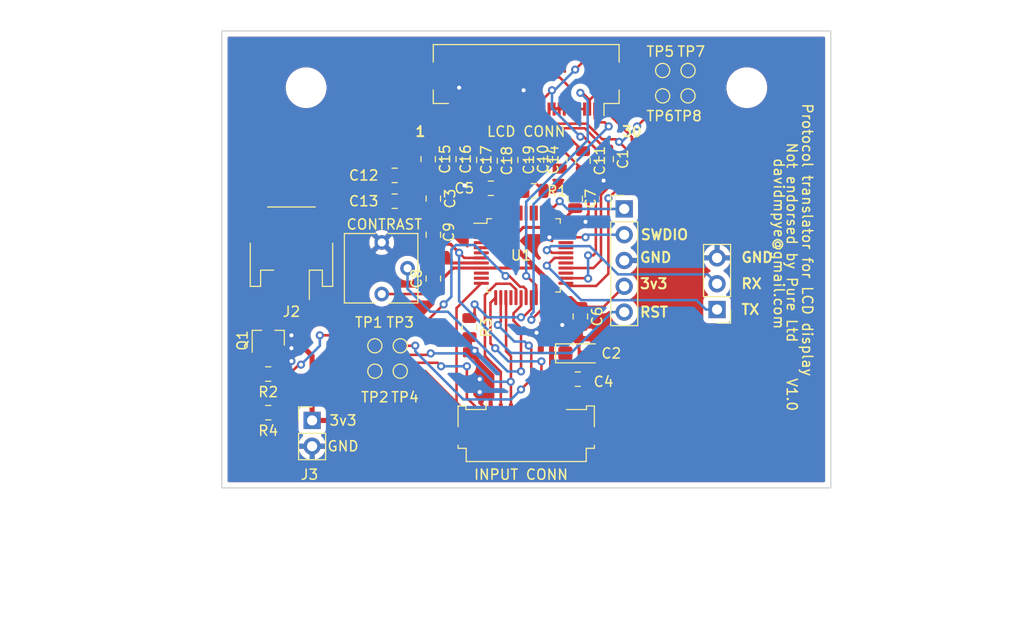
<source format=kicad_pcb>
(kicad_pcb (version 20171130) (host pcbnew 5.1.5+dfsg1-2build2)
  (layers (0 F.Cu signal) (31 B.Cu signal) (34 B.Paste user) (35 F.Paste user) (36 B.SilkS user) (37 F.SilkS user) (38 B.Mask user) (39 F.Mask user) (44 Edge.Cuts user))
  (net 0 "")
  (net 1 VCC)
  (net 2 CS_IN)
  (net 3 D_C_IN)
  (net 4 SDIN_IN)
  (net 5 +3V3)
  (net 6 "Net-(C1-Pad1)")
  (net 7 SCK_IN)
  (net 8 RST_IN)
  (net 9 LCD_DATA)
  (net 10 LCD_SCK)
  (net 11 LCD_D_C)
  (net 12 LCD_RST)
  (net 13 LCD_CS)
  (net 14 "Net-(U1-Pad2)")
  (net 15 "Net-(U1-Pad3)")
  (net 16 "Net-(U1-Pad4)")
  (net 17 "Net-(U1-Pad5)")
  (net 18 "Net-(U1-Pad6)")
  (net 19 "Net-(U1-Pad10)")
  (net 20 "Net-(U1-Pad11)")
  (net 21 SPI1_MISO)
  (net 22 "Net-(U1-Pad18)")
  (net 23 SPI2_MISO)
  (net 24 "Net-(U1-Pad29)")
  (net 25 "Net-(U1-Pad32)")
  (net 26 "Net-(U1-Pad33)")
  (net 27 "Net-(U1-Pad38)")
  (net 28 "Net-(U1-Pad39)")
  (net 29 "Net-(U1-Pad40)")
  (net 30 "Net-(U1-Pad41)")
  (net 31 "Net-(U1-Pad42)")
  (net 32 "Net-(U1-Pad43)")
  (net 33 "Net-(U1-Pad45)")
  (net 34 "Net-(U1-Pad46)")
  (net 35 GND)
  (net 36 RESET)
  (net 37 "Net-(R1-Pad2)")
  (net 38 "Net-(R3-Pad1)")
  (net 39 SWDIO)
  (net 40 SWCLK)
  (net 41 USART1_TX)
  (net 42 USART1_RX)
  (net 43 "Net-(C10-Pad2)")
  (net 44 "Net-(C10-Pad1)")
  (net 45 "Net-(C11-Pad1)")
  (net 46 "Net-(C14-Pad2)")
  (net 47 "Net-(C14-Pad1)")
  (net 48 "Net-(C15-Pad1)")
  (net 49 "Net-(C16-Pad1)")
  (net 50 "Net-(C17-Pad1)")
  (net 51 "Net-(C18-Pad1)")
  (net 52 "Net-(C19-Pad1)")
  (net 53 "Net-(Q1-Pad1)")
  (net 54 "Net-(J2-Pad2)")
  (net 55 LCD_BACKLIGHT_PWM)
  (net 56 "Net-(LCD_CONN1-Pad27)")
  (module Connector_FFC-FPC:Hirose_FH12-30S-0.5SH_1x30-1MP_P0.50mm_Horizontal (layer F.Cu) (at 104.902 37.338 180)
    (fp_text reference "LCD CONN" (at 0 -4.064) (layer F.SilkS))
    (fp_text value Conn_01x30)
    (pad MP smd rect (at 9.15 1.4 180) (size 1.8 2.2) (layers F.Cu F.Paste F.Mask))
    (pad MP smd rect (at -9.15 1.4 180) (size 1.8 2.2) (layers F.Cu F.Paste F.Mask))
    (pad 1 smd rect (at -7.25 -1.85 180) (size 0.3 1.3) (layers F.Cu F.Paste F.Mask) (net 13 LCD_CS))
    (pad 2 smd rect (at -6.75 -1.85 180) (size 0.3 1.3) (layers F.Cu F.Paste F.Mask) (net 12 LCD_RST))
    (pad 3 smd rect (at -6.25 -1.85 180) (size 0.3 1.3) (layers F.Cu F.Paste F.Mask) (net 11 LCD_D_C))
    (pad 4 smd rect (at -5.75 -1.85 180) (size 0.3 1.3) (layers F.Cu F.Paste F.Mask) (net 5 +3V3))
    (pad 5 smd rect (at -5.25 -1.85 180) (size 0.3 1.3) (layers F.Cu F.Paste F.Mask) (net 5 +3V3))
    (pad 6 smd rect (at -4.75 -1.85 180) (size 0.3 1.3) (layers F.Cu F.Paste F.Mask) (net 5 +3V3))
    (pad 7 smd rect (at -4.25 -1.85 180) (size 0.3 1.3) (layers F.Cu F.Paste F.Mask) (net 5 +3V3))
    (pad 8 smd rect (at -3.75 -1.85 180) (size 0.3 1.3) (layers F.Cu F.Paste F.Mask) (net 5 +3V3))
    (pad 9 smd rect (at -3.25 -1.85 180) (size 0.3 1.3) (layers F.Cu F.Paste F.Mask) (net 5 +3V3))
    (pad 10 smd rect (at -2.75 -1.85 180) (size 0.3 1.3) (layers F.Cu F.Paste F.Mask) (net 5 +3V3))
    (pad 11 smd rect (at -2.25 -1.85 180) (size 0.3 1.3) (layers F.Cu F.Paste F.Mask) (net 5 +3V3))
    (pad 12 smd rect (at -1.75 -1.85 180) (size 0.3 1.3) (layers F.Cu F.Paste F.Mask) (net 10 LCD_SCK))
    (pad 13 smd rect (at -1.25 -1.85 180) (size 0.3 1.3) (layers F.Cu F.Paste F.Mask) (net 9 LCD_DATA))
    (pad 14 smd rect (at -0.75 -1.85 180) (size 0.3 1.3) (layers F.Cu F.Paste F.Mask) (net 5 +3V3))
    (pad 15 smd rect (at -0.25 -1.85 180) (size 0.3 1.3) (layers F.Cu F.Paste F.Mask) (net 35 GND))
    (pad 16 smd rect (at 0.25 -1.85 180) (size 0.3 1.3) (layers F.Cu F.Paste F.Mask) (net 6 "Net-(C1-Pad1)"))
    (pad 17 smd rect (at 0.75 -1.85 180) (size 0.3 1.3) (layers F.Cu F.Paste F.Mask) (net 45 "Net-(C11-Pad1)"))
    (pad 18 smd rect (at 1.25 -1.85 180) (size 0.3 1.3) (layers F.Cu F.Paste F.Mask) (net 43 "Net-(C10-Pad2)"))
    (pad 19 smd rect (at 1.75 -1.85 180) (size 0.3 1.3) (layers F.Cu F.Paste F.Mask) (net 44 "Net-(C10-Pad1)"))
    (pad 20 smd rect (at 2.25 -1.85 180) (size 0.3 1.3) (layers F.Cu F.Paste F.Mask) (net 47 "Net-(C14-Pad1)"))
    (pad 21 smd rect (at 2.75 -1.85 180) (size 0.3 1.3) (layers F.Cu F.Paste F.Mask) (net 46 "Net-(C14-Pad2)"))
    (pad 22 smd rect (at 3.25 -1.85 180) (size 0.3 1.3) (layers F.Cu F.Paste F.Mask) (net 52 "Net-(C19-Pad1)"))
    (pad 23 smd rect (at 3.75 -1.85 180) (size 0.3 1.3) (layers F.Cu F.Paste F.Mask) (net 51 "Net-(C18-Pad1)"))
    (pad 24 smd rect (at 4.25 -1.85 180) (size 0.3 1.3) (layers F.Cu F.Paste F.Mask) (net 50 "Net-(C17-Pad1)"))
    (pad 25 smd rect (at 4.75 -1.85 180) (size 0.3 1.3) (layers F.Cu F.Paste F.Mask) (net 49 "Net-(C16-Pad1)"))
    (pad 26 smd rect (at 5.25 -1.85 180) (size 0.3 1.3) (layers F.Cu F.Paste F.Mask) (net 48 "Net-(C15-Pad1)"))
    (pad 27 smd rect (at 5.75 -1.85 180) (size 0.3 1.3) (layers F.Cu F.Paste F.Mask) (net 56 "Net-(LCD_CONN1-Pad27)"))
    (pad 28 smd rect (at 6.25 -1.85 180) (size 0.3 1.3) (layers F.Cu F.Paste F.Mask) (net 35 GND))
    (pad 29 smd rect (at 6.75 -1.85 180) (size 0.3 1.3) (layers F.Cu F.Paste F.Mask) (net 35 GND))
    (pad 30 smd rect (at 7.25 -1.85 180) (size 0.3 1.3) (layers F.Cu F.Paste F.Mask) (net 5 +3V3))
  )
  (module Capacitor_SMD:C_0805_2012Metric (layer F.Cu) (at 112.776 44.1175 270)
    (fp_text reference C1 (at 0 -1.65 90) (layer F.SilkS))
    (fp_text value 1uF)
    (pad 1 smd roundrect (at -0.9375 0 270) (size 0.975 1.4) (layers F.Cu F.Paste F.Mask) (net 6 "Net-(C1-Pad1)"))
    (pad 2 smd roundrect (at 0.9375 0 270) (size 0.975 1.4) (layers F.Cu F.Paste F.Mask) (net 35 GND))
  )
  (module Capacitor_SMD:C_0805_2012Metric (layer F.Cu) (at 110.49 44.2745 270)
    (fp_text reference C11 (at 0 -1.65 90) (layer F.SilkS))
    (fp_text value 1uF)
    (pad 1 smd roundrect (at -0.9375 0 270) (size 0.975 1.4) (layers F.Cu F.Paste F.Mask) (net 45 "Net-(C11-Pad1)"))
    (pad 2 smd roundrect (at 0.9375 0 270) (size 0.975 1.4) (layers F.Cu F.Paste F.Mask) (net 43 "Net-(C10-Pad2)"))
  )
  (module Capacitor_SMD:C_0805_2012Metric (layer F.Cu) (at 101.346 44.2745 270)
    (fp_text reference C18 (at 0 -1.65 90) (layer F.SilkS))
    (fp_text value 1uF)
    (pad 2 smd roundrect (at 0.9375 0 270) (size 0.975 1.4) (layers F.Cu F.Paste F.Mask) (net 35 GND))
    (pad 1 smd roundrect (at -0.9375 0 270) (size 0.975 1.4) (layers F.Cu F.Paste F.Mask) (net 51 "Net-(C18-Pad1)"))
  )
  (module Connector_FFC-FPC:Molex_200528-0080_1x08-1MP_P1.00mm_Horizontal (layer F.Cu) (at 104.902 69.596)
    (fp_text reference "INPUT CONN" (at -0.508 5.588) (layer F.SilkS))
    (fp_text value CN101)
    (pad MP smd rect (at -6.3 1.79) (size 2 1.3) (layers F.Cu F.Paste F.Mask))
    (pad MP smd rect (at 6.3 1.79) (size 2 1.3) (layers F.Cu F.Paste F.Mask))
    (pad 1 smd rect (at -3.5 -0.91) (size 0.4 1) (layers F.Cu F.Paste F.Mask) (net 35 GND))
    (pad 2 smd rect (at -2.5 -0.91) (size 0.4 1) (layers F.Cu F.Paste F.Mask) (net 4 SDIN_IN))
    (pad 3 smd rect (at -1.5 -0.91) (size 0.4 1) (layers F.Cu F.Paste F.Mask) (net 7 SCK_IN))
    (pad 4 smd rect (at -0.5 -0.91) (size 0.4 1) (layers F.Cu F.Paste F.Mask) (net 3 D_C_IN))
    (pad 5 smd rect (at 0.5 -0.91) (size 0.4 1) (layers F.Cu F.Paste F.Mask) (net 2 CS_IN))
    (pad 6 smd rect (at 1.5 -0.91) (size 0.4 1) (layers F.Cu F.Paste F.Mask) (net 8 RST_IN))
    (pad 7 smd rect (at 2.5 -0.91) (size 0.4 1) (layers F.Cu F.Paste F.Mask) (net 5 +3V3))
    (pad 8 smd rect (at 3.5 -0.91) (size 0.4 1) (layers F.Cu F.Paste F.Mask) (net 1 VCC))
  )
  (module MountingHole:MountingHole_3mm (layer F.Cu) (at 126.63 37.084)
    (fp_text reference REF** hide)
    (fp_text value MountingHole_3mm)
    (pad 1 np_thru_hole circle (at 0 0) (size 3 3) (drill 3) (layers *.Cu *.Mask))
  )
  (module MountingHole:MountingHole_3mm (layer F.Cu) (at 83.23 37.084)
    (fp_text reference REF** hide)
    (fp_text value MountingHole_3mm)
    (pad 1 np_thru_hole circle (at 0 0) (size 3 3) (drill 3) (layers *.Cu *.Mask))
  )
  (module Capacitor_SMD:C_0805_2012Metric (layer F.Cu) (at 95.758 48.006 270)
    (fp_text reference C3 (at 0 -1.65 90) (layer F.SilkS))
    (fp_text value C)
    (pad 2 smd roundrect (at 0.9375 0 270) (size 0.975 1.4) (layers F.Cu F.Paste F.Mask) (net 35 GND))
    (pad 1 smd roundrect (at -0.9375 0 270) (size 0.975 1.4) (layers F.Cu F.Paste F.Mask) (net 5 +3V3))
  )
  (module Capacitor_SMD:C_0805_2012Metric (layer F.Cu) (at 109.982 65.786)
    (fp_text reference C4 (at 2.54 0.254) (layer F.SilkS))
    (fp_text value C)
    (pad 1 smd roundrect (at -0.9375 0) (size 0.975 1.4) (layers F.Cu F.Paste F.Mask) (net 5 +3V3))
    (pad 2 smd roundrect (at 0.9375 0) (size 0.975 1.4) (layers F.Cu F.Paste F.Mask) (net 35 GND))
  )
  (module Capacitor_SMD:C_0805_2012Metric (layer F.Cu) (at 101.4245 46.99)
    (fp_text reference C5 (at -2.6185 0) (layer F.SilkS))
    (fp_text value 100nF)
    (pad 2 smd roundrect (at 0.9375 0) (size 0.975 1.4) (layers F.Cu F.Paste F.Mask) (net 35 GND))
    (pad 1 smd roundrect (at -0.9375 0) (size 0.975 1.4) (layers F.Cu F.Paste F.Mask) (net 5 +3V3))
  )
  (module Capacitor_SMD:C_0805_2012Metric (layer F.Cu) (at 110.236 59.6115 270)
    (fp_text reference C6 (at 0 -1.65 90) (layer F.SilkS))
    (fp_text value 100nF)
    (pad 1 smd roundrect (at -0.9375 0 270) (size 0.975 1.4) (layers F.Cu F.Paste F.Mask) (net 5 +3V3))
    (pad 2 smd roundrect (at 0.9375 0 270) (size 0.975 1.4) (layers F.Cu F.Paste F.Mask) (net 35 GND))
  )
  (module Capacitor_SMD:C_0805_2012Metric (layer F.Cu) (at 109.728 48.006 90)
    (fp_text reference C7 (at 0 1.524 90) (layer F.SilkS))
    (fp_text value 100nF)
    (pad 2 smd roundrect (at 0.9375 0 90) (size 0.975 1.4) (layers F.Cu F.Paste F.Mask) (net 35 GND))
    (pad 1 smd roundrect (at -0.9375 0 90) (size 0.975 1.4) (layers F.Cu F.Paste F.Mask) (net 5 +3V3))
  )
  (module Capacitor_SMD:C_0805_2012Metric (layer F.Cu) (at 95.758 55.88 90)
    (fp_text reference C8 (at 0 -1.65 90) (layer F.SilkS))
    (fp_text value 100nF)
    (pad 1 smd roundrect (at -0.9375 0 90) (size 0.975 1.4) (layers F.Cu F.Paste F.Mask) (net 5 +3V3))
    (pad 2 smd roundrect (at 0.9375 0 90) (size 0.975 1.4) (layers F.Cu F.Paste F.Mask) (net 35 GND))
  )
  (module Capacitor_SMD:C_0805_2012Metric (layer F.Cu) (at 95.758 51.562 90)
    (fp_text reference C9 (at 0.254 1.524 90) (layer F.SilkS))
    (fp_text value 100nF)
    (pad 1 smd roundrect (at -0.9375 0 90) (size 0.975 1.4) (layers F.Cu F.Paste F.Mask) (net 36 RESET))
    (pad 2 smd roundrect (at 0.9375 0 90) (size 0.975 1.4) (layers F.Cu F.Paste F.Mask) (net 35 GND))
  )
  (module Package_QFP:LQFP-48_7x7mm_P0.5mm (layer F.Cu) (at 104.648 53.594)
    (fp_text reference U1 (at -0.254 0) (layer F.SilkS))
    (fp_text value STM32F103C8Tx)
    (pad 1 smd roundrect (at -4.1625 -2.75) (size 1.475 0.3) (layers F.Cu F.Paste F.Mask) (net 5 +3V3))
    (pad 2 smd roundrect (at -4.1625 -2.25) (size 1.475 0.3) (layers F.Cu F.Paste F.Mask) (net 14 "Net-(U1-Pad2)"))
    (pad 3 smd roundrect (at -4.1625 -1.75) (size 1.475 0.3) (layers F.Cu F.Paste F.Mask) (net 15 "Net-(U1-Pad3)"))
    (pad 4 smd roundrect (at -4.1625 -1.25) (size 1.475 0.3) (layers F.Cu F.Paste F.Mask) (net 16 "Net-(U1-Pad4)"))
    (pad 5 smd roundrect (at -4.1625 -0.75) (size 1.475 0.3) (layers F.Cu F.Paste F.Mask) (net 17 "Net-(U1-Pad5)"))
    (pad 6 smd roundrect (at -4.1625 -0.25) (size 1.475 0.3) (layers F.Cu F.Paste F.Mask) (net 18 "Net-(U1-Pad6)"))
    (pad 7 smd roundrect (at -4.1625 0.25) (size 1.475 0.3) (layers F.Cu F.Paste F.Mask) (net 36 RESET))
    (pad 8 smd roundrect (at -4.1625 0.75) (size 1.475 0.3) (layers F.Cu F.Paste F.Mask) (net 35 GND))
    (pad 9 smd roundrect (at -4.1625 1.25) (size 1.475 0.3) (layers F.Cu F.Paste F.Mask) (net 5 +3V3))
    (pad 10 smd roundrect (at -4.1625 1.75) (size 1.475 0.3) (layers F.Cu F.Paste F.Mask) (net 19 "Net-(U1-Pad10)"))
    (pad 11 smd roundrect (at -4.1625 2.25) (size 1.475 0.3) (layers F.Cu F.Paste F.Mask) (net 20 "Net-(U1-Pad11)"))
    (pad 12 smd roundrect (at -4.1625 2.75) (size 1.475 0.3) (layers F.Cu F.Paste F.Mask) (net 3 D_C_IN))
    (pad 13 smd roundrect (at -2.75 4.1625) (size 0.3 1.475) (layers F.Cu F.Paste F.Mask) (net 8 RST_IN))
    (pad 14 smd roundrect (at -2.25 4.1625) (size 0.3 1.475) (layers F.Cu F.Paste F.Mask) (net 2 CS_IN))
    (pad 15 smd roundrect (at -1.75 4.1625) (size 0.3 1.475) (layers F.Cu F.Paste F.Mask) (net 7 SCK_IN))
    (pad 16 smd roundrect (at -1.25 4.1625) (size 0.3 1.475) (layers F.Cu F.Paste F.Mask) (net 21 SPI1_MISO))
    (pad 17 smd roundrect (at -0.75 4.1625) (size 0.3 1.475) (layers F.Cu F.Paste F.Mask) (net 4 SDIN_IN))
    (pad 18 smd roundrect (at -0.25 4.1625) (size 0.3 1.475) (layers F.Cu F.Paste F.Mask) (net 22 "Net-(U1-Pad18)"))
    (pad 19 smd roundrect (at 0.25 4.1625) (size 0.3 1.475) (layers F.Cu F.Paste F.Mask) (net 55 LCD_BACKLIGHT_PWM))
    (pad 20 smd roundrect (at 0.75 4.1625) (size 0.3 1.475) (layers F.Cu F.Paste F.Mask) (net 38 "Net-(R3-Pad1)"))
    (pad 21 smd roundrect (at 1.25 4.1625) (size 0.3 1.475) (layers F.Cu F.Paste F.Mask) (net 11 LCD_D_C))
    (pad 22 smd roundrect (at 1.75 4.1625) (size 0.3 1.475) (layers F.Cu F.Paste F.Mask) (net 12 LCD_RST))
    (pad 23 smd roundrect (at 2.25 4.1625) (size 0.3 1.475) (layers F.Cu F.Paste F.Mask) (net 35 GND))
    (pad 24 smd roundrect (at 2.75 4.1625) (size 0.3 1.475) (layers F.Cu F.Paste F.Mask) (net 5 +3V3))
    (pad 25 smd roundrect (at 4.1625 2.75) (size 1.475 0.3) (layers F.Cu F.Paste F.Mask) (net 13 LCD_CS))
    (pad 26 smd roundrect (at 4.1625 2.25) (size 1.475 0.3) (layers F.Cu F.Paste F.Mask) (net 10 LCD_SCK))
    (pad 27 smd roundrect (at 4.1625 1.75) (size 1.475 0.3) (layers F.Cu F.Paste F.Mask) (net 23 SPI2_MISO))
    (pad 28 smd roundrect (at 4.1625 1.25) (size 1.475 0.3) (layers F.Cu F.Paste F.Mask) (net 9 LCD_DATA))
    (pad 29 smd roundrect (at 4.1625 0.75) (size 1.475 0.3) (layers F.Cu F.Paste F.Mask) (net 24 "Net-(U1-Pad29)"))
    (pad 30 smd roundrect (at 4.1625 0.25) (size 1.475 0.3) (layers F.Cu F.Paste F.Mask) (net 41 USART1_TX))
    (pad 31 smd roundrect (at 4.1625 -0.25) (size 1.475 0.3) (layers F.Cu F.Paste F.Mask) (net 42 USART1_RX))
    (pad 32 smd roundrect (at 4.1625 -0.75) (size 1.475 0.3) (layers F.Cu F.Paste F.Mask) (net 25 "Net-(U1-Pad32)"))
    (pad 33 smd roundrect (at 4.1625 -1.25) (size 1.475 0.3) (layers F.Cu F.Paste F.Mask) (net 26 "Net-(U1-Pad33)"))
    (pad 34 smd roundrect (at 4.1625 -1.75) (size 1.475 0.3) (layers F.Cu F.Paste F.Mask) (net 39 SWDIO))
    (pad 35 smd roundrect (at 4.1625 -2.25) (size 1.475 0.3) (layers F.Cu F.Paste F.Mask) (net 35 GND))
    (pad 36 smd roundrect (at 4.1625 -2.75) (size 1.475 0.3) (layers F.Cu F.Paste F.Mask) (net 5 +3V3))
    (pad 37 smd roundrect (at 2.75 -4.1625) (size 0.3 1.475) (layers F.Cu F.Paste F.Mask) (net 40 SWCLK))
    (pad 38 smd roundrect (at 2.25 -4.1625) (size 0.3 1.475) (layers F.Cu F.Paste F.Mask) (net 27 "Net-(U1-Pad38)"))
    (pad 39 smd roundrect (at 1.75 -4.1625) (size 0.3 1.475) (layers F.Cu F.Paste F.Mask) (net 28 "Net-(U1-Pad39)"))
    (pad 40 smd roundrect (at 1.25 -4.1625) (size 0.3 1.475) (layers F.Cu F.Paste F.Mask) (net 29 "Net-(U1-Pad40)"))
    (pad 41 smd roundrect (at 0.75 -4.1625) (size 0.3 1.475) (layers F.Cu F.Paste F.Mask) (net 30 "Net-(U1-Pad41)"))
    (pad 42 smd roundrect (at 0.25 -4.1625) (size 0.3 1.475) (layers F.Cu F.Paste F.Mask) (net 31 "Net-(U1-Pad42)"))
    (pad 43 smd roundrect (at -0.25 -4.1625) (size 0.3 1.475) (layers F.Cu F.Paste F.Mask) (net 32 "Net-(U1-Pad43)"))
    (pad 44 smd roundrect (at -0.75 -4.1625) (size 0.3 1.475) (layers F.Cu F.Paste F.Mask) (net 37 "Net-(R1-Pad2)"))
    (pad 45 smd roundrect (at -1.25 -4.1625) (size 0.3 1.475) (layers F.Cu F.Paste F.Mask) (net 33 "Net-(U1-Pad45)"))
    (pad 46 smd roundrect (at -1.75 -4.1625) (size 0.3 1.475) (layers F.Cu F.Paste F.Mask) (net 34 "Net-(U1-Pad46)"))
    (pad 47 smd roundrect (at -2.25 -4.1625) (size 0.3 1.475) (layers F.Cu F.Paste F.Mask) (net 35 GND))
    (pad 48 smd roundrect (at -2.75 -4.1625) (size 0.3 1.475) (layers F.Cu F.Paste F.Mask) (net 5 +3V3))
  )
  (module Resistor_SMD:R_0805_2012Metric (layer F.Cu) (at 99.314 60.706 270)
    (fp_text reference R3 (at 0 -1.65 90) (layer F.SilkS))
    (fp_text value 10K)
    (pad 1 smd roundrect (at -0.9375 0 270) (size 0.975 1.4) (layers F.Cu F.Paste F.Mask) (net 38 "Net-(R3-Pad1)"))
    (pad 2 smd roundrect (at 0.9375 0 270) (size 0.975 1.4) (layers F.Cu F.Paste F.Mask) (net 35 GND))
  )
  (module Connector_PinHeader_2.54mm:PinHeader_1x05_P2.54mm_Vertical (layer F.Cu) (at 114.554 49.022)
    (fp_text reference ST_LINK1 hide)
    (fp_text value Conn_01x05)
    (pad 1 thru_hole rect (at 0 0) (size 1.7 1.7) (drill 1) (layers *.Cu *.Mask) (net 40 SWCLK))
    (pad 2 thru_hole oval (at 0 2.54) (size 1.7 1.7) (drill 1) (layers *.Cu *.Mask) (net 39 SWDIO))
    (pad 3 thru_hole oval (at 0 5.08) (size 1.7 1.7) (drill 1) (layers *.Cu *.Mask) (net 35 GND))
    (pad 4 thru_hole oval (at 0 7.62) (size 1.7 1.7) (drill 1) (layers *.Cu *.Mask) (net 5 +3V3))
    (pad 5 thru_hole oval (at 0 10.16) (size 1.7 1.7) (drill 1) (layers *.Cu *.Mask) (net 36 RESET))
  )
  (module Resistor_SMD:R_0805_2012Metric (layer F.Cu) (at 105.664 47.244 180)
    (fp_text reference R1 (at -2.286 0) (layer F.SilkS))
    (fp_text value 10K)
    (pad 1 smd roundrect (at -0.9375 0 180) (size 0.975 1.4) (layers F.Cu F.Paste F.Mask) (net 35 GND))
    (pad 2 smd roundrect (at 0.9375 0 180) (size 0.975 1.4) (layers F.Cu F.Paste F.Mask) (net 37 "Net-(R1-Pad2)"))
  )
  (module Capacitor_Tantalum_SMD:CP_EIA-3216-18_Kemet-A (layer F.Cu) (at 110.1105 63.246)
    (fp_text reference C2 (at 3.1735 0) (layer F.SilkS))
    (fp_text value 10uF)
    (pad 1 smd roundrect (at -1.35 0) (size 1.4 1.35) (layers F.Cu F.Paste F.Mask) (roundrect_rratio 0.185185) (net 5 +3V3))
    (pad 2 smd roundrect (at 1.35 0) (size 1.4 1.35) (layers F.Cu F.Paste F.Mask) (roundrect_rratio 0.185185) (net 35 GND))
  )
  (module Connector_PinHeader_2.54mm:PinHeader_1x03_P2.54mm_Vertical (layer F.Cu) (at 123.698 58.928 180)
    (fp_text reference J1 hide)
    (fp_text value Conn_01x03_Male)
    (pad 1 thru_hole rect (at 0 0 180) (size 1.7 1.7) (drill 1) (layers *.Cu *.Mask) (net 41 USART1_TX))
    (pad 2 thru_hole oval (at 0 2.54 180) (size 1.7 1.7) (drill 1) (layers *.Cu *.Mask) (net 42 USART1_RX))
    (pad 3 thru_hole oval (at 0 5.08 180) (size 1.7 1.7) (drill 1) (layers *.Cu *.Mask) (net 35 GND))
  )
  (module Capacitor_SMD:C_0805_2012Metric (layer F.Cu) (at 91.948 45.72 180)
    (fp_text reference C12 (at 3.048 0) (layer F.SilkS))
    (fp_text value 100nF)
    (pad 1 smd roundrect (at -0.9375 0 180) (size 0.975 1.4) (layers F.Cu F.Paste F.Mask) (net 5 +3V3))
    (pad 2 smd roundrect (at 0.9375 0 180) (size 0.975 1.4) (layers F.Cu F.Paste F.Mask) (net 35 GND))
  )
  (module Capacitor_SMD:C_0805_2012Metric (layer F.Cu) (at 91.948 48.26 180)
    (fp_text reference C13 (at 3.048 0) (layer F.SilkS))
    (fp_text value 4.7uF)
    (pad 2 smd roundrect (at 0.9375 0 180) (size 0.975 1.4) (layers F.Cu F.Paste F.Mask) (net 35 GND))
    (pad 1 smd roundrect (at -0.9375 0 180) (size 0.975 1.4) (layers F.Cu F.Paste F.Mask) (net 5 +3V3))
  )
  (module TestPoint:TestPoint_Pad_D1.0mm (layer F.Cu) (at 90 62.5)
    (fp_text reference TP1 (at -0.592 -2.302) (layer F.SilkS))
    (fp_text value TestPoint)
    (pad 1 smd circle (at 0 0) (size 1 1) (layers F.Cu F.Mask) (net 7 SCK_IN))
  )
  (module TestPoint:TestPoint_Pad_D1.0mm (layer F.Cu) (at 90 65)
    (fp_text reference TP2 (at 0 2.564) (layer F.SilkS))
    (fp_text value TestPoint)
    (pad 1 smd circle (at 0 0) (size 1 1) (layers F.Cu F.Mask) (net 4 SDIN_IN))
  )
  (module TestPoint:TestPoint_Pad_D1.0mm (layer F.Cu) (at 92.5 62.5)
    (fp_text reference TP3 (at 0 -2.302) (layer F.SilkS))
    (fp_text value TestPoint)
    (pad 1 smd circle (at 0 0) (size 1 1) (layers F.Cu F.Mask) (net 2 CS_IN))
  )
  (module TestPoint:TestPoint_Pad_D1.0mm (layer F.Cu) (at 92.5 65)
    (fp_text reference TP4 (at 0.464 2.564) (layer F.SilkS))
    (fp_text value TestPoint)
    (pad 1 smd circle (at 0 0) (size 1 1) (layers F.Cu F.Mask) (net 3 D_C_IN))
  )
  (module TestPoint:TestPoint_Pad_D1.0mm (layer F.Cu) (at 118.34 35.388)
    (fp_text reference TP5 (at -0.23 -1.86) (layer F.SilkS))
    (fp_text value TestPoint)
    (pad 1 smd circle (at 0 0) (size 1 1) (layers F.Cu F.Mask) (net 10 LCD_SCK))
  )
  (module TestPoint:TestPoint_Pad_D1.0mm (layer F.Cu) (at 118.34 37.888)
    (fp_text reference TP6 (at -0.23 1.99) (layer F.SilkS))
    (fp_text value TestPoint)
    (pad 1 smd circle (at 0 0) (size 1 1) (layers F.Cu F.Mask) (net 9 LCD_DATA))
  )
  (module TestPoint:TestPoint_Pad_D1.0mm (layer F.Cu) (at 120.84 35.388)
    (fp_text reference TP7 (at 0.318 -1.86) (layer F.SilkS))
    (fp_text value TestPoint)
    (pad 1 smd circle (at 0 0) (size 1 1) (layers F.Cu F.Mask) (net 13 LCD_CS))
  )
  (module TestPoint:TestPoint_Pad_D1.0mm (layer F.Cu) (at 120.84 37.888)
    (fp_text reference TP8 (at 0 1.99) (layer F.SilkS))
    (fp_text value TestPoint)
    (pad 1 smd circle (at 0 0) (size 1 1) (layers F.Cu F.Mask) (net 11 LCD_D_C))
  )
  (module Capacitor_SMD:C_0805_2012Metric (layer F.Cu) (at 108.204 44.1175 90)
    (fp_text reference C10 (at 0 -1.65 90) (layer F.SilkS))
    (fp_text value 1uF)
    (pad 2 smd roundrect (at 0.9375 0 90) (size 0.975 1.4) (layers F.Cu F.Paste F.Mask) (net 43 "Net-(C10-Pad2)"))
    (pad 1 smd roundrect (at -0.9375 0 90) (size 0.975 1.4) (layers F.Cu F.Paste F.Mask) (net 44 "Net-(C10-Pad1)"))
  )
  (module Capacitor_SMD:C_0805_2012Metric (layer F.Cu) (at 105.918 44.196 270)
    (fp_text reference C14 (at 0 -1.65 90) (layer F.SilkS))
    (fp_text value 1uF)
    (pad 2 smd roundrect (at 0.9375 0 270) (size 0.975 1.4) (layers F.Cu F.Paste F.Mask) (net 46 "Net-(C14-Pad2)"))
    (pad 1 smd roundrect (at -0.9375 0 270) (size 0.975 1.4) (layers F.Cu F.Paste F.Mask) (net 47 "Net-(C14-Pad1)"))
  )
  (module Capacitor_SMD:C_0805_2012Metric (layer F.Cu) (at 95.25 44.1175 270)
    (fp_text reference C15 (at 0 -1.65 90) (layer F.SilkS))
    (fp_text value 1uF)
    (pad 1 smd roundrect (at -0.9375 0 270) (size 0.975 1.4) (layers F.Cu F.Paste F.Mask) (net 48 "Net-(C15-Pad1)"))
    (pad 2 smd roundrect (at 0.9375 0 270) (size 0.975 1.4) (layers F.Cu F.Paste F.Mask) (net 35 GND))
  )
  (module Capacitor_SMD:C_0805_2012Metric (layer F.Cu) (at 97.282 44.1175 270)
    (fp_text reference C16 (at 0 -1.65 90) (layer F.SilkS))
    (fp_text value 1uF)
    (pad 2 smd roundrect (at 0.9375 0 270) (size 0.975 1.4) (layers F.Cu F.Paste F.Mask) (net 35 GND))
    (pad 1 smd roundrect (at -0.9375 0 270) (size 0.975 1.4) (layers F.Cu F.Paste F.Mask) (net 49 "Net-(C16-Pad1)"))
  )
  (module Capacitor_SMD:C_0805_2012Metric (layer F.Cu) (at 99.314 44.196 270)
    (fp_text reference C17 (at 0 -1.65 90) (layer F.SilkS))
    (fp_text value 1uF)
    (pad 1 smd roundrect (at -0.9375 0 270) (size 0.975 1.4) (layers F.Cu F.Paste F.Mask) (net 50 "Net-(C17-Pad1)"))
    (pad 2 smd roundrect (at 0.9375 0 270) (size 0.975 1.4) (layers F.Cu F.Paste F.Mask) (net 35 GND))
  )
  (module Capacitor_SMD:C_0805_2012Metric (layer F.Cu) (at 103.378 44.196 270)
    (fp_text reference C19 (at 0 -1.778 90) (layer F.SilkS))
    (fp_text value 1uF)
    (pad 1 smd roundrect (at -0.9375 0 270) (size 0.975 1.4) (layers F.Cu F.Paste F.Mask) (net 52 "Net-(C19-Pad1)"))
    (pad 2 smd roundrect (at 0.9375 0 270) (size 0.975 1.4) (layers F.Cu F.Paste F.Mask) (net 35 GND))
  )
  (module Package_TO_SOT_SMD:SOT-23 (layer F.Cu) (at 79.502 61.738 90)
    (fp_text reference Q1 (at -0.238 -2.54 90) (layer F.SilkS))
    (fp_text value Q_NMOS_GSD)
    (pad 1 smd rect (at -1 -0.95 90) (size 0.9 0.8) (layers F.Cu F.Paste F.Mask) (net 53 "Net-(Q1-Pad1)"))
    (pad 2 smd rect (at -1 0.95 90) (size 0.9 0.8) (layers F.Cu F.Paste F.Mask) (net 35 GND))
    (pad 3 smd rect (at 1 0 90) (size 0.9 0.8) (layers F.Cu F.Paste F.Mask) (net 54 "Net-(J2-Pad2)"))
  )
  (module Resistor_SMD:R_0805_2012Metric (layer F.Cu) (at 79.502 65.278)
    (fp_text reference R2 (at 0 1.778) (layer F.SilkS))
    (fp_text value 500R)
    (pad 1 smd roundrect (at -0.9375 0) (size 0.975 1.4) (layers F.Cu F.Paste F.Mask) (net 53 "Net-(Q1-Pad1)"))
    (pad 2 smd roundrect (at 0.9375 0) (size 0.975 1.4) (layers F.Cu F.Paste F.Mask) (net 55 LCD_BACKLIGHT_PWM))
  )
  (module Resistor_SMD:R_0805_2012Metric (layer F.Cu) (at 79.502 69.088)
    (fp_text reference R4 (at 0 1.778) (layer F.SilkS))
    (fp_text value 200K)
    (pad 2 smd roundrect (at 0.9375 0) (size 0.975 1.4) (layers F.Cu F.Paste F.Mask) (net 35 GND))
    (pad 1 smd roundrect (at -0.9375 0) (size 0.975 1.4) (layers F.Cu F.Paste F.Mask) (net 53 "Net-(Q1-Pad1)"))
  )
  (module Connector_PinHeader_2.54mm:PinHeader_1x02_P2.54mm_Vertical (layer F.Cu) (at 83.82 69.85)
    (fp_text reference J3 (at -0.254 5.334) (layer F.SilkS))
    (fp_text value SUPP_PWR)
    (pad 1 thru_hole rect (at 0 0) (size 1.7 1.7) (drill 1) (layers *.Cu *.Mask) (net 5 +3V3))
    (pad 2 thru_hole oval (at 0 2.54) (size 1.7 1.7) (drill 1) (layers *.Cu *.Mask) (net 35 GND))
  )
  (module Connector_JST:JST_PH_S2B-PH-SM4-TB_1x02-1MP_P2.00mm_Horizontal (layer F.Cu) (at 81.788 53.34 180)
    (fp_text reference J2 (at 0 -5.8) (layer F.SilkS))
    (fp_text value BACKLIGHT_CONN)
    (pad 1 smd roundrect (at -1 -2.85 180) (size 1 3.5) (layers F.Cu F.Paste F.Mask) (net 5 +3V3))
    (pad 2 smd roundrect (at 1 -2.85 180) (size 1 3.5) (layers F.Cu F.Paste F.Mask) (net 54 "Net-(J2-Pad2)"))
    (pad MP smd roundrect (at -3.35 2.9 180) (size 1.5 3.4) (layers F.Cu F.Paste F.Mask) (roundrect_rratio 0.166667))
    (pad MP smd roundrect (at 3.35 2.9 180) (size 1.5 3.4) (layers F.Cu F.Paste F.Mask) (roundrect_rratio 0.166667))
  )
  (module Potentiometer_THT:Potentiometer_Vishay_T73YP_Vertical (layer F.Cu) (at 90.678 57.404)
    (fp_text reference CONTRAST (at 0.254 -6.858) (layer F.SilkS))
    (fp_text value 100K)
    (pad 3 thru_hole circle (at 0 -5.08) (size 1.44 1.44) (drill 0.8) (layers *.Cu *.Mask) (net 35 GND))
    (pad 2 thru_hole circle (at 2.54 -2.54) (size 1.44 1.44) (drill 0.8) (layers *.Cu *.Mask) (net 22 "Net-(U1-Pad18)"))
    (pad 1 thru_hole circle (at 0 0) (size 1.44 1.44) (drill 0.8) (layers *.Cu *.Mask) (net 5 +3V3))
  )
  (gr_text GND (at 86.868 72.39) (layer F.SilkS) (effects (font (size 1 1))))
  (gr_text 3v3 (at 86.868 69.85) (layer F.SilkS) (effects (font (size 1 1))))
  (gr_text TX (at 125.984 58.928) (layer F.SilkS) (effects (font (size 1 1) (thickness 0.2)) (justify left)))
  (gr_text RX (at 125.984 56.388) (layer F.SilkS) (effects (font (size 1 1) (thickness 0.2)) (justify left)))
  (gr_text GND (at 125.984 53.8) (layer F.SilkS) (effects (font (size 1 1) (thickness 0.2)) (justify left)))
  (gr_text 30 (at 115.316 41.402) (layer F.SilkS) (effects (font (size 1 1) (thickness 0.2))))
  (gr_text 1 (at 94.488 41.402) (layer F.SilkS) (effects (font (size 1 1) (thickness 0.2))))
  (gr_text V1.0 (at 131.064 67.31 270) (layer F.SilkS) (effects (font (size 1 1))))
  (gr_line (start 74.93 76.496) (end 134.902 76.496) (layer Edge.Cuts) (width 0.12))
  (gr_line (start 74.93 31.496) (end 74.93 76.496) (layer Edge.Cuts) (width 0.12))
  (gr_line (start 134.902 31.496) (end 134.902 76.496) (layer Edge.Cuts) (width 0.12))
  (gr_line (start 74.93 31.496) (end 134.902 31.496) (layer Edge.Cuts) (width 0.12))
  (gr_text "Not endorsed by Pure Ltd" (at 131.064 52.324 270) (layer F.SilkS) (effects (font (size 1 1))))
  (gr_text "Protocol translator for LCD display" (at 132.588 52.07 270) (layer F.SilkS) (effects (font (size 1 1))))
  (gr_text davidmpye@gmail.com (at 129.794 43.942 270) (layer F.SilkS) (effects (font (size 1 1)) (justify left)))
  (gr_text RST (at 116 59.182) (layer F.SilkS) (effects (font (size 1 1) (thickness 0.2)) (justify left)))
  (gr_text 3v3 (at 116 56.388) (layer F.SilkS) (effects (font (size 1 1) (thickness 0.2)) (justify left)))
  (gr_text GND (at 116 53.8) (layer F.SilkS) (effects (font (size 1 1) (thickness 0.2)) (justify left)))
  (gr_text SWDIO (at 116.078 51.562) (layer F.SilkS) (effects (font (size 1 1) (thickness 0.2)) (justify left)))
  (via (at 105.156 62.484) (size 0.8) (drill 0.4) (layers F.Cu B.Cu) (net 2))
  (segment (start 105.402 62.492) (end 105.394 62.484) (width 0.25) (layer F.Cu) (net 2))
  (segment (start 105.394 62.484) (end 105.156 62.484) (width 0.25) (layer F.Cu) (net 2))
  (segment (start 104.756001 62.084001) (end 103.740001 62.084001) (width 0.25) (layer B.Cu) (net 2))
  (segment (start 105.156 62.484) (end 104.756001 62.084001) (width 0.25) (layer B.Cu) (net 2))
  (via (at 102.108 60.452) (size 0.8) (drill 0.4) (layers F.Cu B.Cu) (net 2))
  (segment (start 103.740001 62.084001) (end 102.108 60.452) (width 0.25) (layer B.Cu) (net 2))
  (segment (start 102.398 60.162) (end 102.108 60.452) (width 0.25) (layer F.Cu) (net 2))
  (segment (start 102.398 57.7565) (end 102.398 60.162) (width 0.25) (layer F.Cu) (net 2))
  (segment (start 105.148 66.048) (end 104.394 66.802) (width 0.25) (layer F.Cu) (net 2))
  (segment (start 105.402 66.048) (end 105.148 66.048) (width 0.25) (layer F.Cu) (net 2))
  (segment (start 105.402 68.686) (end 105.402 66.048) (width 0.25) (layer F.Cu) (net 2))
  (via (at 104.394 66.802) (size 0.8) (drill 0.4) (layers F.Cu B.Cu) (net 2))
  (segment (start 105.402 66.048) (end 105.402 62.492) (width 0.25) (layer F.Cu) (net 2))
  (segment (start 93.98 62.484) (end 93.456 62.5) (width 0.25) (layer F.Cu) (net 2))
  (segment (start 103.414999 67.781001) (end 104.394 66.802) (width 0.25) (layer B.Cu) (net 2))
  (segment (start 93.456 62.5) (end 92.5 62.5) (width 0.25) (layer F.Cu) (net 2))
  (segment (start 98.711999 67.781001) (end 103.414999 67.781001) (width 0.25) (layer B.Cu) (net 2))
  (segment (start 93.98 63.049002) (end 98.711999 67.781001) (width 0.25) (layer B.Cu) (net 2))
  (segment (start 93.98 62.484) (end 93.98 63.049002) (width 0.25) (layer B.Cu) (net 2))
  (via (at 93.98 62.484) (size 0.8) (drill 0.4) (layers F.Cu B.Cu) (net 2))
  (segment (start 98.044 58.7855) (end 100.4855 56.344) (width 0.25) (layer F.Cu) (net 3))
  (segment (start 103.48 70.358) (end 100.33 70.358) (width 0.25) (layer F.Cu) (net 3))
  (segment (start 98.044 68.072) (end 98.044 58.7855) (width 0.25) (layer F.Cu) (net 3))
  (segment (start 104.402 68.686) (end 104.402 69.436) (width 0.25) (layer F.Cu) (net 3))
  (segment (start 104.402 69.436) (end 103.48 70.358) (width 0.25) (layer F.Cu) (net 3))
  (segment (start 100.33 70.358) (end 98.044 68.072) (width 0.25) (layer F.Cu) (net 3))
  (segment (start 94.972 65) (end 92.5 65) (width 0.25) (layer F.Cu) (net 3))
  (segment (start 98.044 68.072) (end 94.972 65) (width 0.25) (layer F.Cu) (net 3))
  (segment (start 103.898 57.7565) (end 103.898 56.919) (width 0.25) (layer F.Cu) (net 4))
  (via (at 99.06 64.516) (size 0.8) (drill 0.4) (layers F.Cu B.Cu) (net 4))
  (segment (start 99.06 67.629002) (end 101.280998 69.85) (width 0.25) (layer F.Cu) (net 4))
  (segment (start 99.06 64.516) (end 99.06 67.629002) (width 0.25) (layer F.Cu) (net 4))
  (segment (start 102.402 69.436) (end 102.402 68.686) (width 0.25) (layer F.Cu) (net 4))
  (segment (start 101.988 69.85) (end 102.402 69.436) (width 0.25) (layer F.Cu) (net 4))
  (segment (start 101.280998 69.85) (end 101.988 69.85) (width 0.25) (layer F.Cu) (net 4))
  (segment (start 98.806 64.516) (end 99.06 64.516) (width 0.25) (layer B.Cu) (net 4))
  (segment (start 90.825001 64.174999) (end 90 65) (width 0.25) (layer F.Cu) (net 4))
  (segment (start 96.52 64.516) (end 98.806 64.516) (width 0.25) (layer B.Cu) (net 4))
  (segment (start 96.178999 64.174999) (end 90.825001 64.174999) (width 0.25) (layer F.Cu) (net 4))
  (segment (start 96.52 64.516) (end 96.178999 64.174999) (width 0.25) (layer F.Cu) (net 4))
  (via (at 96.52 64.516) (size 0.8) (drill 0.4) (layers F.Cu B.Cu) (net 4))
  (segment (start 100.838 63.5) (end 102.402 65.064) (width 0.25) (layer F.Cu) (net 4))
  (segment (start 101.963298 56.388) (end 100.838 57.513298) (width 0.25) (layer F.Cu) (net 4))
  (segment (start 103.332702 56.388) (end 101.963298 56.388) (width 0.25) (layer F.Cu) (net 4))
  (segment (start 100.838 57.513298) (end 100.838 63.5) (width 0.25) (layer F.Cu) (net 4))
  (segment (start 103.898 56.953298) (end 103.332702 56.388) (width 0.25) (layer F.Cu) (net 4))
  (segment (start 102.402 65.064) (end 102.402 68.686) (width 0.25) (layer F.Cu) (net 4))
  (segment (start 103.898 57.7565) (end 103.898 56.953298) (width 0.25) (layer F.Cu) (net 4))
  (segment (start 107.402 57.7605) (end 107.398 57.7565) (width 0.3) (layer F.Cu) (net 5))
  (segment (start 107.971942 50.844) (end 107.973 50.844) (width 0.3) (layer F.Cu) (net 5))
  (segment (start 100.4855 50.844) (end 101.898 50.844) (width 0.3) (layer F.Cu) (net 5))
  (segment (start 101.67729 49.65221) (end 101.67729 50.62329) (width 0.3) (layer F.Cu) (net 5))
  (segment (start 101.67729 50.62329) (end 101.898 50.844) (width 0.3) (layer F.Cu) (net 5))
  (segment (start 101.898 49.4315) (end 101.67729 49.65221) (width 0.3) (layer F.Cu) (net 5))
  (segment (start 109.3185 57.7565) (end 110.236 58.674) (width 0.3) (layer F.Cu) (net 5))
  (segment (start 102.108 51.054) (end 102.394971 51.340971) (width 0.3) (layer F.Cu) (net 5))
  (segment (start 102.108 51.054) (end 99.314 48.26) (width 0.5) (layer F.Cu) (net 5))
  (segment (start 101.898 50.844) (end 102.108 51.054) (width 0.3) (layer F.Cu) (net 5))
  (segment (start 108.0485 59.3375) (end 108.0485 57.7565) (width 0.5) (layer F.Cu) (net 5))
  (segment (start 107.402 59.984) (end 108.0485 59.3375) (width 0.5) (layer F.Cu) (net 5))
  (segment (start 107.398 57.7565) (end 108.0485 57.7565) (width 0.3) (layer F.Cu) (net 5))
  (segment (start 108.0485 57.7565) (end 109.3185 57.7565) (width 0.3) (layer F.Cu) (net 5))
  (segment (start 101.898 50.911478) (end 101.898 50.844) (width 0.5) (layer F.Cu) (net 5))
  (segment (start 108.0485 57.7565) (end 108.0485 57.061978) (width 0.5) (layer F.Cu) (net 5))
  (segment (start 104.604 50.844) (end 103.217261 52.230739) (width 0.3) (layer F.Cu) (net 5))
  (segment (start 108.8105 50.844) (end 104.604 50.844) (width 0.3) (layer F.Cu) (net 5))
  (segment (start 103.217261 52.230739) (end 101.898 50.911478) (width 0.5) (layer F.Cu) (net 5))
  (segment (start 100.4855 54.844) (end 105.830522 54.844) (width 0.3) (layer F.Cu) (net 5))
  (segment (start 108.0485 57.061978) (end 107.281261 56.294739) (width 0.5) (layer F.Cu) (net 5))
  (segment (start 105.830522 54.844) (end 107.281261 56.294739) (width 0.3) (layer F.Cu) (net 5))
  (segment (start 107.281261 56.294739) (end 103.217261 52.230739) (width 0.5) (layer F.Cu) (net 5))
  (segment (start 97.7315 54.844) (end 95.758 56.8175) (width 0.3) (layer F.Cu) (net 5))
  (segment (start 100.4855 54.844) (end 97.7315 54.844) (width 0.3) (layer F.Cu) (net 5))
  (segment (start 108.8105 49.861) (end 109.728 48.9435) (width 0.3) (layer F.Cu) (net 5))
  (segment (start 108.8105 50.844) (end 108.8105 49.861) (width 0.3) (layer F.Cu) (net 5))
  (segment (start 107.696 65.786) (end 107.402 65.492) (width 0.25) (layer F.Cu) (net 5))
  (segment (start 109.0445 65.786) (end 107.696 65.786) (width 0.25) (layer F.Cu) (net 5))
  (segment (start 107.402 68.686) (end 107.402 65.492) (width 0.5) (layer F.Cu) (net 5))
  (segment (start 107.696 63.246) (end 107.402 62.952) (width 0.25) (layer F.Cu) (net 5))
  (segment (start 107.402 65.492) (end 107.402 62.952) (width 0.5) (layer F.Cu) (net 5))
  (segment (start 109.223 63.246) (end 107.696 63.246) (width 0.25) (layer F.Cu) (net 5))
  (segment (start 107.402 62.952) (end 107.402 59.984) (width 0.5) (layer F.Cu) (net 5))
  (segment (start 112.522 58.674) (end 110.236 58.674) (width 0.25) (layer F.Cu) (net 5))
  (segment (start 114.554 56.642) (end 112.522 58.674) (width 0.25) (layer F.Cu) (net 5))
  (segment (start 100.487 48.0205) (end 100.487 46.99) (width 0.25) (layer F.Cu) (net 5))
  (segment (start 101.898 49.4315) (end 100.487 48.0205) (width 0.25) (layer F.Cu) (net 5))
  (segment (start 92.8855 47.56) (end 92.8855 45.72) (width 0.25) (layer F.Cu) (net 5))
  (segment (start 92.8855 48.26) (end 92.8855 47.56) (width 0.25) (layer F.Cu) (net 5))
  (segment (start 99.314 48.26) (end 98.1225 47.0685) (width 0.3) (layer F.Cu) (net 5))
  (segment (start 96.6955 47.0685) (end 96.52 47.244) (width 0.3) (layer F.Cu) (net 5))
  (segment (start 98.1225 47.0685) (end 96.6955 47.0685) (width 0.3) (layer F.Cu) (net 5))
  (segment (start 96.6955 47.0685) (end 95.758 47.0685) (width 0.3) (layer F.Cu) (net 5))
  (segment (start 107.402 68.686) (end 107.402 69.196002) (width 0.5) (layer F.Cu) (net 5))
  (segment (start 82.788 62.468) (end 82.788 56.19) (width 0.5) (layer F.Cu) (net 5))
  (segment (start 102.938002 73.66) (end 94.742 73.66) (width 0.5) (layer F.Cu) (net 5))
  (segment (start 107.402 69.196002) (end 102.938002 73.66) (width 0.5) (layer F.Cu) (net 5))
  (segment (start 94.996 73.66) (end 94.742 73.66) (width 0.5) (layer F.Cu) (net 5))
  (segment (start 83.82 63.5) (end 82.788 62.468) (width 0.5) (layer F.Cu) (net 5))
  (segment (start 83.82 68.5) (end 83.82 66.802) (width 0.5) (layer F.Cu) (net 5))
  (segment (start 83.82 69.85) (end 83.82 68.5) (width 0.5) (layer F.Cu) (net 5))
  (segment (start 83.82 66.802) (end 83.82 63.5) (width 0.5) (layer F.Cu) (net 5))
  (segment (start 83.82 67.738) (end 83.82 66.802) (width 0.5) (layer F.Cu) (net 5))
  (segment (start 90.932 69.85) (end 83.82 69.85) (width 0.5) (layer F.Cu) (net 5))
  (segment (start 94.742 73.66) (end 90.932 69.85) (width 0.5) (layer F.Cu) (net 5))
  (segment (start 95.1715 57.404) (end 95.758 56.8175) (width 0.25) (layer F.Cu) (net 5))
  (segment (start 90.678 57.404) (end 95.1715 57.404) (width 0.25) (layer F.Cu) (net 5))
  (segment (start 95.758 47.0685) (end 95.758 47.498) (width 0.25) (layer F.Cu) (net 5))
  (segment (start 93.6475 47.498) (end 92.8855 48.26) (width 0.25) (layer F.Cu) (net 5))
  (segment (start 95.758 47.498) (end 93.6475 47.498) (width 0.25) (layer F.Cu) (net 5))
  (segment (start 107.152 39.334) (end 107.176999 39.358999) (width 0.25) (layer F.Cu) (net 5))
  (segment (start 107.152 39.188) (end 107.152 39.334) (width 0.25) (layer F.Cu) (net 5))
  (segment (start 92.8855 45.02) (end 92.8855 45.72) (width 0.3) (layer F.Cu) (net 5))
  (segment (start 92.8855 42.586736) (end 92.8855 45.02) (width 0.3) (layer F.Cu) (net 5))
  (segment (start 96.284236 39.188) (end 92.8855 42.586736) (width 0.3) (layer F.Cu) (net 5))
  (segment (start 97.652 39.188) (end 96.284236 39.188) (width 0.3) (layer F.Cu) (net 5))
  (segment (start 110.652 39.188) (end 110.152 39.188) (width 0.25) (layer F.Cu) (net 5))
  (segment (start 109.652 39.188) (end 110.152 39.188) (width 0.25) (layer F.Cu) (net 5))
  (segment (start 109.652 39.188) (end 109.152 39.188) (width 0.25) (layer F.Cu) (net 5))
  (segment (start 109.152 39.188) (end 108.652 39.188) (width 0.25) (layer F.Cu) (net 5))
  (segment (start 108.152 39.188) (end 108.652 39.188) (width 0.25) (layer F.Cu) (net 5))
  (segment (start 109.152 37.016) (end 109.152 39.188) (width 0.25) (layer F.Cu) (net 5))
  (segment (start 108.204 36.068) (end 109.152 37.016) (width 0.25) (layer F.Cu) (net 5))
  (segment (start 105.664 36.576) (end 106.172 36.068) (width 0.25) (layer F.Cu) (net 5))
  (segment (start 105.664 38.276) (end 105.664 36.576) (width 0.25) (layer F.Cu) (net 5))
  (segment (start 105.652 38.288) (end 105.664 38.276) (width 0.25) (layer F.Cu) (net 5))
  (segment (start 105.652 39.188) (end 105.652 38.288) (width 0.25) (layer F.Cu) (net 5))
  (segment (start 97.572999 38.208999) (end 97.572999 36.735999) (width 0.25) (layer F.Cu) (net 5))
  (segment (start 97.572999 36.735999) (end 98.240998 36.068) (width 0.25) (layer F.Cu) (net 5))
  (segment (start 97.652 39.188) (end 97.652 38.288) (width 0.25) (layer F.Cu) (net 5))
  (segment (start 97.652 38.288) (end 97.572999 38.208999) (width 0.25) (layer F.Cu) (net 5))
  (segment (start 106.426 36.068) (end 108.204 36.068) (width 0.25) (layer F.Cu) (net 5))
  (segment (start 98.240998 36.068) (end 106.426 36.068) (width 0.25) (layer F.Cu) (net 5))
  (segment (start 106.172 36.068) (end 106.426 36.068) (width 0.25) (layer F.Cu) (net 5))
  (segment (start 107.878 39.188) (end 107.95 39.116) (width 0.25) (layer F.Cu) (net 5))
  (segment (start 107.152 39.188) (end 107.878 39.188) (width 0.25) (layer F.Cu) (net 5))
  (segment (start 107.95 39.116) (end 108.152 39.188) (width 0.25) (layer F.Cu) (net 5))
  (segment (start 107.652 39.188) (end 107.95 39.116) (width 0.25) (layer F.Cu) (net 5))
  (segment (start 112.776 43.18) (end 110.67516 41.07916) (width 0.25) (layer F.Cu) (net 6))
  (segment (start 105.305582 40.195943) (end 104.896353 40.195943) (width 0.25) (layer F.Cu) (net 6))
  (segment (start 106.1888 41.07916) (end 105.305582 40.195943) (width 0.25) (layer F.Cu) (net 6))
  (segment (start 110.67516 41.07916) (end 106.1888 41.07916) (width 0.25) (layer F.Cu) (net 6))
  (segment (start 104.652 39.95159) (end 104.652 39.188) (width 0.25) (layer F.Cu) (net 6))
  (segment (start 104.896353 40.195943) (end 104.652 39.95159) (width 0.25) (layer F.Cu) (net 6))
  (segment (start 102.92299 63.04499) (end 103.402 63.524) (width 0.25) (layer F.Cu) (net 7))
  (segment (start 102.92299 58.21899) (end 102.92299 63.04499) (width 0.25) (layer F.Cu) (net 7))
  (segment (start 102.898 58.194) (end 102.92299 58.21899) (width 0.25) (layer F.Cu) (net 7))
  (segment (start 102.898 57.7565) (end 102.898 58.194) (width 0.25) (layer F.Cu) (net 7))
  (via (at 103.378 66.04) (size 0.8) (drill 0.4) (layers F.Cu B.Cu) (net 7))
  (segment (start 103.402 63.524) (end 103.402 66.064) (width 0.25) (layer F.Cu) (net 7))
  (segment (start 103.402 66.064) (end 103.402 68.686) (width 0.25) (layer F.Cu) (net 7))
  (segment (start 90.891999 63.391999) (end 90 62.5) (width 0.25) (layer F.Cu) (net 7))
  (segment (start 95.504 63.246) (end 95.104001 63.391999) (width 0.25) (layer F.Cu) (net 7))
  (segment (start 95.104001 63.391999) (end 90.891999 63.391999) (width 0.25) (layer F.Cu) (net 7))
  (via (at 95.504 63.246) (size 0.8) (drill 0.4) (layers F.Cu B.Cu) (net 7))
  (segment (start 98.863002 63.246) (end 95.504 63.246) (width 0.25) (layer B.Cu) (net 7))
  (segment (start 101.657002 66.04) (end 98.863002 63.246) (width 0.25) (layer B.Cu) (net 7))
  (segment (start 103.124 66.04) (end 101.657002 66.04) (width 0.25) (layer B.Cu) (net 7))
  (segment (start 106.402 68.686) (end 106.402 64.032) (width 0.25) (layer F.Cu) (net 8))
  (via (at 106.402 64.032) (size 0.8) (drill 0.4) (layers F.Cu B.Cu) (net 8))
  (segment (start 106.402 64.032) (end 103.148 64.032) (width 0.25) (layer B.Cu) (net 8))
  (via (at 101.854 62.738) (size 0.8) (drill 0.4) (layers F.Cu B.Cu) (net 8))
  (segment (start 103.148 64.032) (end 101.854 62.738) (width 0.25) (layer B.Cu) (net 8))
  (segment (start 101.67729 57.97721) (end 101.898 57.7565) (width 0.25) (layer F.Cu) (net 8))
  (segment (start 101.382999 62.266999) (end 101.382999 58.271501) (width 0.25) (layer F.Cu) (net 8))
  (segment (start 101.382999 58.271501) (end 101.67729 57.97721) (width 0.25) (layer F.Cu) (net 8))
  (segment (start 101.854 62.738) (end 101.382999 62.266999) (width 0.25) (layer F.Cu) (net 8))
  (segment (start 106.152 40.088) (end 106.69315 40.62915) (width 0.25) (layer F.Cu) (net 9))
  (segment (start 106.152 39.188) (end 106.152 40.088) (width 0.25) (layer F.Cu) (net 9))
  (via (at 114.046 42.418) (size 0.8) (drill 0.4) (layers F.Cu B.Cu) (net 9))
  (via (at 115.824 40.894) (size 0.8) (drill 0.4) (layers F.Cu B.Cu) (net 9))
  (segment (start 114.3 42.418) (end 115.824 40.894) (width 0.25) (layer B.Cu) (net 9))
  (segment (start 114.046 42.418) (end 114.3 42.418) (width 0.25) (layer B.Cu) (net 9))
  (segment (start 118.34 38.378) (end 118.34 37.888) (width 0.25) (layer F.Cu) (net 9))
  (segment (start 115.824 40.894) (end 118.34 38.378) (width 0.25) (layer F.Cu) (net 9))
  (segment (start 110.86156 40.62915) (end 106.69315 40.62915) (width 0.25) (layer F.Cu) (net 9))
  (segment (start 112.39641 42.164) (end 110.86156 40.62915) (width 0.25) (layer F.Cu) (net 9))
  (segment (start 113.792 42.164) (end 112.39641 42.164) (width 0.25) (layer F.Cu) (net 9))
  (segment (start 114.046 42.418) (end 113.792 42.164) (width 0.25) (layer F.Cu) (net 9))
  (segment (start 112.268 54.102) (end 111.526 54.844) (width 0.25) (layer F.Cu) (net 9))
  (segment (start 111.526 54.844) (end 108.8105 54.844) (width 0.25) (layer F.Cu) (net 9))
  (segment (start 114.046 42.418) (end 114.86599 43.23799) (width 0.25) (layer F.Cu) (net 9))
  (segment (start 112.268 47.62825) (end 112.268 54.102) (width 0.25) (layer F.Cu) (net 9))
  (segment (start 114.86599 45.03026) (end 112.268 47.62825) (width 0.25) (layer F.Cu) (net 9))
  (segment (start 114.86599 43.23799) (end 114.86599 45.03026) (width 0.25) (layer F.Cu) (net 9))
  (segment (start 111.76 46.170998) (end 111.76 53.34) (width 0.25) (layer F.Cu) (net 10))
  (via (at 110.998 55.88) (size 0.8) (drill 0.4) (layers F.Cu B.Cu) (net 10))
  (segment (start 111.506 53.594) (end 110.998 53.594) (width 0.25) (layer F.Cu) (net 10))
  (segment (start 110.962 55.844) (end 110.998 55.88) (width 0.25) (layer F.Cu) (net 10))
  (segment (start 110.998 53.594) (end 110.998 55.88) (width 0.25) (layer B.Cu) (net 10))
  (segment (start 108.8105 55.844) (end 110.962 55.844) (width 0.25) (layer F.Cu) (net 10))
  (segment (start 111.76 53.34) (end 111.506 53.594) (width 0.25) (layer F.Cu) (net 10))
  (via (at 110.998 53.594) (size 0.8) (drill 0.4) (layers F.Cu B.Cu) (net 10))
  (segment (start 110.240653 41.914653) (end 110.236 41.91) (width 0.25) (layer F.Cu) (net 10))
  (segment (start 110.572003 41.914653) (end 110.240653 41.914653) (width 0.25) (layer F.Cu) (net 10))
  (segment (start 111.75099 43.09364) (end 110.572003 41.914653) (width 0.25) (layer F.Cu) (net 10))
  (segment (start 111.75099 46.161988) (end 111.75099 43.09364) (width 0.25) (layer F.Cu) (net 10))
  (via (at 110.236 41.91) (size 0.8) (drill 0.4) (layers F.Cu B.Cu) (net 10))
  (segment (start 111.76 46.170998) (end 111.75099 46.161988) (width 0.25) (layer F.Cu) (net 10))
  (via (at 107.442 37.338) (size 0.8) (drill 0.4) (layers F.Cu B.Cu) (net 10))
  (segment (start 107.442 39.116) (end 107.442 37.338) (width 0.25) (layer B.Cu) (net 10))
  (segment (start 110.236 41.91) (end 107.442 39.116) (width 0.25) (layer B.Cu) (net 10))
  (segment (start 106.652 38.128) (end 106.652 39.188) (width 0.25) (layer F.Cu) (net 10))
  (segment (start 107.442 37.338) (end 106.652 38.128) (width 0.25) (layer F.Cu) (net 10))
  (segment (start 118.34 34.680894) (end 117.441106 33.782) (width 0.25) (layer F.Cu) (net 10))
  (segment (start 118.34 35.388) (end 118.34 34.680894) (width 0.25) (layer F.Cu) (net 10))
  (segment (start 117.441106 33.782) (end 111.252 33.782) (width 0.25) (layer F.Cu) (net 10))
  (via (at 109.728 35.306) (size 0.8) (drill 0.4) (layers F.Cu B.Cu) (net 10))
  (segment (start 111.252 33.782) (end 109.728 35.306) (width 0.25) (layer F.Cu) (net 10))
  (segment (start 107.696 37.338) (end 107.442 37.338) (width 0.25) (layer B.Cu) (net 10))
  (segment (start 109.728 35.306) (end 107.696 37.338) (width 0.25) (layer B.Cu) (net 10))
  (segment (start 105.898 56.564315) (end 105.898 57.019) (width 0.25) (layer F.Cu) (net 11))
  (via (at 104.902 55.626) (size 0.8) (drill 0.4) (layers F.Cu B.Cu) (net 11))
  (segment (start 104.959685 55.626) (end 105.898 56.564315) (width 0.25) (layer F.Cu) (net 11))
  (segment (start 105.898 57.019) (end 105.898 57.7565) (width 0.25) (layer F.Cu) (net 11))
  (segment (start 104.902 55.626) (end 104.959685 55.626) (width 0.25) (layer F.Cu) (net 11))
  (segment (start 110.441002 37.592) (end 110.236 37.592) (width 0.25) (layer F.Cu) (net 11))
  (segment (start 111.152 38.302998) (end 110.441002 37.592) (width 0.25) (layer F.Cu) (net 11))
  (segment (start 111.152 38.508) (end 111.152 38.302998) (width 0.25) (layer F.Cu) (net 11))
  (via (at 110.236 37.592) (size 0.8) (drill 0.4) (layers F.Cu B.Cu) (net 11))
  (segment (start 111.152 38.508) (end 111.152 39.188) (width 0.25) (layer F.Cu) (net 11))
  (segment (start 104.902 55.060315) (end 104.902 55.626) (width 0.25) (layer B.Cu) (net 11))
  (segment (start 110.236 37.592) (end 110.961001 38.317001) (width 0.25) (layer B.Cu) (net 11))
  (segment (start 104.902 48.317002) (end 104.902 50.8) (width 0.25) (layer B.Cu) (net 11))
  (segment (start 110.961001 42.258001) (end 104.902 48.317002) (width 0.25) (layer B.Cu) (net 11))
  (segment (start 104.902 50.8) (end 104.902 55.060315) (width 0.25) (layer B.Cu) (net 11))
  (segment (start 110.961001 38.317001) (end 110.961001 42.258001) (width 0.25) (layer B.Cu) (net 11))
  (segment (start 104.902 50.488998) (end 104.902 50.8) (width 0.25) (layer B.Cu) (net 11))
  (segment (start 111.152 38.288) (end 111.152 38.508) (width 0.25) (layer F.Cu) (net 11))
  (segment (start 111.848 37.592) (end 111.152 38.288) (width 0.25) (layer F.Cu) (net 11))
  (segment (start 115.999002 36.576) (end 114.983002 37.592) (width 0.25) (layer F.Cu) (net 11))
  (segment (start 119.528 36.576) (end 115.999002 36.576) (width 0.25) (layer F.Cu) (net 11))
  (segment (start 114.983002 37.592) (end 111.848 37.592) (width 0.25) (layer F.Cu) (net 11))
  (segment (start 120.84 37.888) (end 119.528 36.576) (width 0.25) (layer F.Cu) (net 11))
  (segment (start 106.398 58.956) (end 105.41 59.944) (width 0.25) (layer F.Cu) (net 12))
  (segment (start 105.41 59.378315) (end 105.41 59.944) (width 0.25) (layer B.Cu) (net 12))
  (via (at 113.03 40.894) (size 0.8) (drill 0.4) (layers F.Cu B.Cu) (net 12))
  (segment (start 105.41 59.378315) (end 105.627001 59.161314) (width 0.25) (layer B.Cu) (net 12))
  (segment (start 105.627001 48.550999) (end 111.034999 43.143001) (width 0.25) (layer B.Cu) (net 12))
  (segment (start 106.398 57.7565) (end 106.398 58.956) (width 0.25) (layer F.Cu) (net 12))
  (segment (start 111.034999 43.143001) (end 111.034999 42.889001) (width 0.25) (layer B.Cu) (net 12))
  (segment (start 111.034999 42.889001) (end 113.03 40.894) (width 0.25) (layer B.Cu) (net 12))
  (segment (start 105.627001 59.161314) (end 105.627001 48.550999) (width 0.25) (layer B.Cu) (net 12))
  (via (at 105.41 59.944) (size 0.8) (drill 0.4) (layers F.Cu B.Cu) (net 12))
  (segment (start 111.652 40.088) (end 111.652 39.188) (width 0.25) (layer F.Cu) (net 12))
  (segment (start 112.058001 40.494001) (end 111.652 40.088) (width 0.25) (layer F.Cu) (net 12))
  (segment (start 112.630001 40.494001) (end 112.058001 40.494001) (width 0.25) (layer F.Cu) (net 12))
  (segment (start 113.03 40.894) (end 112.630001 40.494001) (width 0.25) (layer F.Cu) (net 12))
  (segment (start 109.071501 56.605001) (end 108.8105 56.344) (width 0.25) (layer F.Cu) (net 13))
  (segment (start 111.796999 56.605001) (end 109.071501 56.605001) (width 0.25) (layer F.Cu) (net 13))
  (segment (start 112.993 55.409) (end 111.796999 56.605001) (width 0.25) (layer F.Cu) (net 13))
  (segment (start 112.993 47.976252) (end 112.993 55.409) (width 0.25) (layer F.Cu) (net 13))
  (segment (start 112.552 39.188) (end 115.316 41.952) (width 0.25) (layer F.Cu) (net 13))
  (segment (start 112.152 39.188) (end 112.552 39.188) (width 0.25) (layer F.Cu) (net 13))
  (segment (start 115.316 45.653252) (end 112.993 47.976252) (width 0.25) (layer F.Cu) (net 13))
  (segment (start 112.985749 47.969001) (end 112.993 47.976252) (width 0.25) (layer B.Cu) (net 13))
  (via (at 112.993 47.976252) (size 0.8) (drill 0.4) (layers F.Cu B.Cu) (net 13))
  (segment (start 121.547106 35.388) (end 122.428 36.268894) (width 0.25) (layer F.Cu) (net 13))
  (segment (start 120.84 35.388) (end 121.547106 35.388) (width 0.25) (layer F.Cu) (net 13))
  (segment (start 117.785002 42.164) (end 115.316 42.164) (width 0.25) (layer F.Cu) (net 13))
  (segment (start 122.428 37.521002) (end 117.785002 42.164) (width 0.25) (layer F.Cu) (net 13))
  (segment (start 122.428 36.268894) (end 122.428 37.521002) (width 0.25) (layer F.Cu) (net 13))
  (segment (start 115.316 42.164) (end 115.316 45.653252) (width 0.25) (layer F.Cu) (net 13))
  (segment (start 115.316 41.952) (end 115.316 42.164) (width 0.25) (layer F.Cu) (net 13))
  (segment (start 104.394 60.763002) (end 104.394 65.024) (width 0.25) (layer F.Cu) (net 22))
  (segment (start 103.657308 60.02631) (end 104.394 60.763002) (width 0.25) (layer F.Cu) (net 22))
  (via (at 104.394 65.024) (size 0.8) (drill 0.4) (layers F.Cu B.Cu) (net 22))
  (segment (start 103.657308 59.300394) (end 103.657308 60.02631) (width 0.25) (layer F.Cu) (net 22))
  (segment (start 104.398 58.559702) (end 103.657308 59.300394) (width 0.25) (layer F.Cu) (net 22))
  (segment (start 104.398 57.7565) (end 104.398 58.559702) (width 0.25) (layer F.Cu) (net 22))
  (segment (start 97.187999 59.145001) (end 95.467001 59.145001) (width 0.25) (layer B.Cu) (net 22))
  (segment (start 103.066998 65.024) (end 97.187999 59.145001) (width 0.25) (layer B.Cu) (net 22))
  (segment (start 104.394 65.024) (end 103.066998 65.024) (width 0.25) (layer B.Cu) (net 22))
  (segment (start 93.218 56.896) (end 93.218 54.864) (width 0.25) (layer B.Cu) (net 22))
  (segment (start 95.467001 59.145001) (end 93.218 56.896) (width 0.25) (layer B.Cu) (net 22))
  (segment (start 101.402 68.686) (end 101.402 66.35) (width 0.3) (layer F.Cu) (net 35))
  (via (at 100.33 65.786) (size 0.8) (drill 0.4) (layers F.Cu B.Cu) (net 35))
  (segment (start 101.402 66.35) (end 100.838 65.786) (width 0.3) (layer F.Cu) (net 35))
  (segment (start 100.838 65.786) (end 100.33 65.786) (width 0.3) (layer F.Cu) (net 35))
  (segment (start 100.902 68.686) (end 100.33 68.114) (width 0.3) (layer F.Cu) (net 35))
  (segment (start 101.402 68.686) (end 100.902 68.686) (width 0.3) (layer F.Cu) (net 35))
  (via (at 100.33 67.056) (size 0.8) (drill 0.4) (layers F.Cu B.Cu) (net 35))
  (segment (start 100.33 68.114) (end 100.33 67.056) (width 0.3) (layer F.Cu) (net 35))
  (via (at 105.918 61.214) (size 0.8) (drill 0.4) (layers F.Cu B.Cu) (net 35))
  (via (at 108.458 60.452) (size 0.8) (drill 0.4) (layers F.Cu B.Cu) (net 35))
  (segment (start 110.236 60.549) (end 108.555 60.549) (width 0.3) (layer F.Cu) (net 35))
  (segment (start 108.555 60.549) (end 108.458 60.452) (width 0.3) (layer F.Cu) (net 35))
  (segment (start 95.758 49.022) (end 95.758 50.3705) (width 0.3) (layer F.Cu) (net 35))
  (segment (start 96.3565 54.344) (end 95.758 54.9425) (width 0.3) (layer F.Cu) (net 35))
  (segment (start 100.4855 54.344) (end 96.3565 54.344) (width 0.3) (layer F.Cu) (net 35))
  (segment (start 106.317999 60.254815) (end 106.317999 60.814001) (width 0.25) (layer F.Cu) (net 35))
  (segment (start 106.317999 60.814001) (end 105.918 61.214) (width 0.25) (layer F.Cu) (net 35))
  (segment (start 106.898 59.674814) (end 106.317999 60.254815) (width 0.25) (layer F.Cu) (net 35))
  (segment (start 106.898 57.7565) (end 106.898 59.674814) (width 0.25) (layer F.Cu) (net 35))
  (segment (start 108.8105 51.344) (end 107.66 51.344) (width 0.25) (layer F.Cu) (net 35))
  (via (at 107.188 51.816) (size 0.8) (drill 0.4) (layers F.Cu B.Cu) (net 35))
  (segment (start 107.66 51.344) (end 107.188 51.816) (width 0.25) (layer F.Cu) (net 35))
  (segment (start 110.9195 63.3245) (end 110.998 63.246) (width 0.25) (layer F.Cu) (net 35))
  (via (at 99.822 62.992) (size 0.8) (drill 0.4) (layers F.Cu B.Cu) (net 35))
  (segment (start 99.314 62.484) (end 99.822 62.992) (width 0.25) (layer F.Cu) (net 35))
  (segment (start 99.314 61.6435) (end 99.314 62.484) (width 0.25) (layer F.Cu) (net 35))
  (segment (start 102.398 47.026) (end 102.362 46.99) (width 0.25) (layer F.Cu) (net 35))
  (segment (start 102.398 49.4315) (end 102.398 47.026) (width 0.25) (layer F.Cu) (net 35))
  (segment (start 109.5525 47.244) (end 109.728 47.0685) (width 0.25) (layer F.Cu) (net 35))
  (segment (start 106.6015 47.244) (end 109.5525 47.244) (width 0.25) (layer F.Cu) (net 35))
  (segment (start 110.8595 47.0685) (end 111.035 47.244) (width 0.25) (layer F.Cu) (net 35))
  (segment (start 109.728 47.0685) (end 110.8595 47.0685) (width 0.25) (layer F.Cu) (net 35))
  (via (at 110.744 50.292) (size 0.8) (drill 0.4) (layers F.Cu B.Cu) (net 35))
  (segment (start 111.035 50.001) (end 110.744 50.292) (width 0.25) (layer F.Cu) (net 35))
  (segment (start 111.035 47.244) (end 111.035 50.001) (width 0.25) (layer F.Cu) (net 35))
  (segment (start 102.847527 46.504473) (end 102.362 46.99) (width 0.25) (layer F.Cu) (net 35))
  (segment (start 103.13301 46.21899) (end 102.847527 46.504473) (width 0.25) (layer F.Cu) (net 35))
  (segment (start 105.57649 46.21899) (end 103.13301 46.21899) (width 0.25) (layer F.Cu) (net 35))
  (segment (start 106.6015 47.244) (end 105.57649 46.21899) (width 0.25) (layer F.Cu) (net 35))
  (via (at 81.788 61.468) (size 0.8) (drill 0.4) (layers F.Cu B.Cu) (net 35))
  (via (at 81.788 62.738) (size 0.8) (drill 0.4) (layers F.Cu B.Cu) (net 35))
  (via (at 81.788 64.008) (size 0.8) (drill 0.4) (layers F.Cu B.Cu) (net 35))
  (via (at 98.298 37.084) (size 0.8) (drill 0.4) (layers F.Cu B.Cu) (net 35))
  (segment (start 98.298 38.292998) (end 98.298 37.084) (width 0.25) (layer F.Cu) (net 35))
  (segment (start 98.48 38.474998) (end 98.298 38.292998) (width 0.25) (layer F.Cu) (net 35))
  (segment (start 98.48 39.188) (end 98.48 38.474998) (width 0.25) (layer F.Cu) (net 35))
  (segment (start 98.152 39.188) (end 98.48 39.188) (width 0.25) (layer F.Cu) (net 35))
  (segment (start 98.48 39.188) (end 98.652 39.188) (width 0.25) (layer F.Cu) (net 35))
  (via (at 104.648 37.338) (size 0.8) (drill 0.4) (layers F.Cu B.Cu) (net 35))
  (segment (start 105.152 37.842) (end 104.648 37.338) (width 0.25) (layer F.Cu) (net 35))
  (segment (start 105.152 39.188) (end 105.152 37.842) (width 0.25) (layer F.Cu) (net 35))
  (via (at 112.522 46.228) (size 0.8) (drill 0.4) (layers F.Cu B.Cu) (net 35))
  (segment (start 112.776 45.974) (end 112.522 46.228) (width 0.25) (layer F.Cu) (net 35))
  (segment (start 112.776 45.055) (end 112.776 45.974) (width 0.25) (layer F.Cu) (net 35))
  (segment (start 103.2995 45.055) (end 103.378 45.1335) (width 0.25) (layer F.Cu) (net 35))
  (segment (start 95.25 45.055) (end 103.2995 45.055) (width 0.25) (layer F.Cu) (net 35))
  (segment (start 102.362 46.1495) (end 103.378 45.1335) (width 0.25) (layer F.Cu) (net 35))
  (segment (start 102.362 46.99) (end 102.362 46.1495) (width 0.25) (layer F.Cu) (net 35))
  (via (at 98.828331 46.713669) (size 0.8) (drill 0.4) (layers F.Cu B.Cu) (net 35))
  (segment (start 99.314 46.228) (end 98.828331 46.713669) (width 0.25) (layer F.Cu) (net 35))
  (segment (start 99.314 45.1335) (end 99.314 46.228) (width 0.25) (layer F.Cu) (net 35))
  (segment (start 95.758 52.2455) (end 96.314237 52.801737) (width 0.3) (layer F.Cu) (net 36))
  (segment (start 114.554 59.182) (end 113.351919 59.182) (width 0.25) (layer B.Cu) (net 36))
  (segment (start 109.324918 63.209001) (end 103.398003 63.209001) (width 0.25) (layer B.Cu) (net 36))
  (segment (start 113.351919 59.182) (end 109.324918 63.209001) (width 0.25) (layer B.Cu) (net 36))
  (segment (start 103.398003 63.209001) (end 98.298 58.108998) (width 0.25) (layer B.Cu) (net 36))
  (via (at 98.298 53.34) (size 0.8) (drill 0.4) (layers F.Cu B.Cu) (net 36))
  (segment (start 98.298 58.108998) (end 98.298 53.34) (width 0.25) (layer B.Cu) (net 36))
  (segment (start 97.4575 52.4995) (end 98.298 53.34) (width 0.3) (layer F.Cu) (net 36))
  (segment (start 95.758 52.4995) (end 97.4575 52.4995) (width 0.3) (layer F.Cu) (net 36))
  (segment (start 98.802 53.844) (end 98.298 53.34) (width 0.25) (layer F.Cu) (net 36))
  (segment (start 100.4855 53.844) (end 98.802 53.844) (width 0.25) (layer F.Cu) (net 36))
  (segment (start 103.898 47.8185) (end 104.7265 46.99) (width 0.25) (layer F.Cu) (net 37))
  (segment (start 103.898 49.4315) (end 103.898 47.8185) (width 0.25) (layer F.Cu) (net 37))
  (via (at 99.822 58.42) (size 0.8) (drill 0.4) (layers F.Cu B.Cu) (net 38))
  (segment (start 99.822 59.2605) (end 99.314 59.7685) (width 0.25) (layer F.Cu) (net 38))
  (segment (start 99.822 58.42) (end 99.822 59.2605) (width 0.25) (layer F.Cu) (net 38))
  (segment (start 101.092 59.69) (end 99.822 58.42) (width 0.25) (layer B.Cu) (net 38))
  (segment (start 104.394 59.69) (end 101.092 59.69) (width 0.25) (layer B.Cu) (net 38))
  (segment (start 104.590998 59.69) (end 105.398 58.882998) (width 0.25) (layer F.Cu) (net 38))
  (segment (start 105.398 58.882998) (end 105.398 57.7565) (width 0.25) (layer F.Cu) (net 38))
  (segment (start 104.394 59.69) (end 104.590998 59.69) (width 0.25) (layer F.Cu) (net 38))
  (via (at 104.394 59.69) (size 0.8) (drill 0.4) (layers F.Cu B.Cu) (net 38))
  (segment (start 109.648 51.844) (end 109.676 51.816) (width 0.25) (layer F.Cu) (net 39))
  (segment (start 108.8105 51.844) (end 109.648 51.844) (width 0.25) (layer F.Cu) (net 39))
  (via (at 110.744 51.816) (size 0.8) (drill 0.4) (layers F.Cu B.Cu) (net 39))
  (segment (start 109.676 51.816) (end 110.744 51.816) (width 0.25) (layer F.Cu) (net 39))
  (segment (start 110.998 51.562) (end 110.744 51.816) (width 0.25) (layer B.Cu) (net 39))
  (segment (start 114.554 51.562) (end 110.998 51.562) (width 0.25) (layer B.Cu) (net 39))
  (via (at 108.204 48.26) (size 0.8) (drill 0.4) (layers F.Cu B.Cu) (net 40))
  (segment (start 107.398 49.066) (end 108.204 48.26) (width 0.25) (layer F.Cu) (net 40))
  (segment (start 107.398 49.4315) (end 107.398 49.066) (width 0.25) (layer F.Cu) (net 40))
  (segment (start 108.966 49.022) (end 108.204 48.26) (width 0.25) (layer B.Cu) (net 40))
  (segment (start 114.554 49.022) (end 108.966 49.022) (width 0.25) (layer B.Cu) (net 40))
  (via (at 106.934 54.61) (size 0.8) (drill 0.4) (layers F.Cu B.Cu) (net 41))
  (segment (start 107.7 53.844) (end 106.934 54.61) (width 0.25) (layer F.Cu) (net 41))
  (segment (start 108.8105 53.844) (end 107.7 53.844) (width 0.25) (layer F.Cu) (net 41))
  (segment (start 122.598 58.928) (end 123.698 58.928) (width 0.25) (layer B.Cu) (net 41))
  (segment (start 110.330999 58.006999) (end 121.676999 58.006999) (width 0.25) (layer B.Cu) (net 41))
  (segment (start 121.676999 58.006999) (end 122.598 58.928) (width 0.25) (layer B.Cu) (net 41))
  (segment (start 106.934 54.61) (end 110.330999 58.006999) (width 0.25) (layer B.Cu) (net 41))
  (segment (start 108.8105 53.344) (end 107.438 53.344) (width 0.25) (layer F.Cu) (net 42))
  (via (at 106.934 53.086) (size 0.8) (drill 0.4) (layers F.Cu B.Cu) (net 42))
  (segment (start 107.18 53.086) (end 106.934 53.086) (width 0.25) (layer F.Cu) (net 42))
  (segment (start 107.438 53.344) (end 107.18 53.086) (width 0.25) (layer F.Cu) (net 42))
  (segment (start 122.848001 55.538001) (end 123.698 56.388) (width 0.25) (layer B.Cu) (net 42))
  (segment (start 113.944001 55.466999) (end 122.776999 55.466999) (width 0.25) (layer B.Cu) (net 42))
  (segment (start 122.776999 55.466999) (end 122.848001 55.538001) (width 0.25) (layer B.Cu) (net 42))
  (segment (start 111.163003 52.686001) (end 113.944001 55.466999) (width 0.25) (layer B.Cu) (net 42))
  (segment (start 107.333999 52.686001) (end 111.163003 52.686001) (width 0.25) (layer B.Cu) (net 42))
  (segment (start 106.934 53.086) (end 107.333999 52.686001) (width 0.25) (layer B.Cu) (net 42))
  (segment (start 103.632 40.108) (end 103.632 40.89118) (width 0.25) (layer F.Cu) (net 43))
  (segment (start 103.652 40.088) (end 103.632 40.108) (width 0.25) (layer F.Cu) (net 43))
  (segment (start 103.652 39.188) (end 103.652 40.088) (width 0.25) (layer F.Cu) (net 43))
  (segment (start 103.83678 41.09596) (end 104.932781 41.095961) (width 0.25) (layer F.Cu) (net 43))
  (segment (start 103.632 40.89118) (end 103.83678 41.09596) (width 0.25) (layer F.Cu) (net 43))
  (segment (start 107.01998 41.99598) (end 107.718473 42.694473) (width 0.25) (layer F.Cu) (net 43))
  (segment (start 105.8328 41.99598) (end 107.01998 41.99598) (width 0.25) (layer F.Cu) (net 43))
  (segment (start 107.718473 42.694473) (end 108.204 43.18) (width 0.25) (layer F.Cu) (net 43))
  (segment (start 104.932781 41.095961) (end 105.8328 41.99598) (width 0.25) (layer F.Cu) (net 43))
  (segment (start 108.458 43.18) (end 108.204 43.18) (width 0.25) (layer F.Cu) (net 43))
  (segment (start 110.49 45.212) (end 108.458 43.18) (width 0.25) (layer F.Cu) (net 43))
  (segment (start 103.152 39.188) (end 103.152 39.95159) (width 0.25) (layer F.Cu) (net 44))
  (segment (start 103.152 41.04759) (end 103.152 39.188) (width 0.25) (layer F.Cu) (net 44))
  (segment (start 105.6464 42.44599) (end 104.74638 41.54597) (width 0.25) (layer F.Cu) (net 44))
  (segment (start 106.60984 42.44599) (end 105.6464 42.44599) (width 0.25) (layer F.Cu) (net 44))
  (segment (start 103.65038 41.54597) (end 103.152 41.04759) (width 0.25) (layer F.Cu) (net 44))
  (segment (start 106.94301 42.77916) (end 106.60984 42.44599) (width 0.25) (layer F.Cu) (net 44))
  (segment (start 104.74638 41.54597) (end 103.65038 41.54597) (width 0.25) (layer F.Cu) (net 44))
  (segment (start 106.94301 43.79401) (end 106.94301 42.77916) (width 0.25) (layer F.Cu) (net 44))
  (segment (start 108.204 45.055) (end 106.94301 43.79401) (width 0.25) (layer F.Cu) (net 44))
  (segment (start 108.698971 41.545971) (end 110.49 43.337) (width 0.25) (layer F.Cu) (net 45))
  (segment (start 106.0192 41.54597) (end 108.698971 41.545971) (width 0.25) (layer F.Cu) (net 45))
  (segment (start 105.119182 40.645952) (end 106.0192 41.54597) (width 0.25) (layer F.Cu) (net 45))
  (segment (start 104.709951 40.645951) (end 105.119182 40.645952) (width 0.25) (layer F.Cu) (net 45))
  (segment (start 104.152 40.088) (end 104.709951 40.645951) (width 0.25) (layer F.Cu) (net 45))
  (segment (start 104.152 39.188) (end 104.152 40.088) (width 0.25) (layer F.Cu) (net 45))
  (segment (start 105.218 45.1335) (end 105.918 45.1335) (width 0.25) (layer F.Cu) (net 46))
  (segment (start 104.40301 44.31851) (end 105.218 45.1335) (width 0.25) (layer F.Cu) (net 46))
  (segment (start 104.40301 42.77916) (end 104.40301 44.31851) (width 0.25) (layer F.Cu) (net 46))
  (segment (start 104.06984 42.44599) (end 104.40301 42.77916) (width 0.25) (layer F.Cu) (net 46))
  (segment (start 102.152 41.39609) (end 103.2019 42.44599) (width 0.25) (layer F.Cu) (net 46))
  (segment (start 103.2019 42.44599) (end 104.06984 42.44599) (width 0.25) (layer F.Cu) (net 46))
  (segment (start 102.152 39.188) (end 102.152 41.39609) (width 0.25) (layer F.Cu) (net 46))
  (segment (start 105.8225 43.2585) (end 105.918 43.2585) (width 0.25) (layer F.Cu) (net 47))
  (segment (start 104.55998 41.99598) (end 105.8225 43.2585) (width 0.25) (layer F.Cu) (net 47))
  (segment (start 103.46398 41.99598) (end 104.55998 41.99598) (width 0.25) (layer F.Cu) (net 47))
  (segment (start 102.652 41.184) (end 103.46398 41.99598) (width 0.25) (layer F.Cu) (net 47))
  (segment (start 102.652 39.188) (end 102.652 41.184) (width 0.25) (layer F.Cu) (net 47))
  (segment (start 99.652 40.073002) (end 99.339002 40.386) (width 0.25) (layer F.Cu) (net 48))
  (segment (start 99.652 39.188) (end 99.652 40.073002) (width 0.25) (layer F.Cu) (net 48))
  (segment (start 99.339002 40.386) (end 95.758 40.386) (width 0.25) (layer F.Cu) (net 48))
  (segment (start 95.25 40.894) (end 95.25 43.18) (width 0.25) (layer F.Cu) (net 48))
  (segment (start 95.758 40.386) (end 95.25 40.894) (width 0.25) (layer F.Cu) (net 48))
  (segment (start 97.282 43.18) (end 97.282 41.34401) (width 0.25) (layer F.Cu) (net 49))
  (segment (start 100.152 40.088) (end 100.152 39.188) (width 0.25) (layer F.Cu) (net 49))
  (segment (start 100.152 40.209412) (end 100.152 40.088) (width 0.25) (layer F.Cu) (net 49))
  (segment (start 99.525403 40.836009) (end 100.152 40.209412) (width 0.25) (layer F.Cu) (net 49))
  (segment (start 97.79 40.83601) (end 99.525403 40.836009) (width 0.25) (layer F.Cu) (net 49))
  (segment (start 97.282 41.34401) (end 97.79 40.83601) (width 0.25) (layer F.Cu) (net 49))
  (segment (start 99.314 43.2585) (end 99.314 41.683822) (width 0.25) (layer F.Cu) (net 50))
  (segment (start 100.652 40.345822) (end 100.652 39.188) (width 0.25) (layer F.Cu) (net 50))
  (segment (start 99.314 41.683822) (end 100.652 40.345822) (width 0.25) (layer F.Cu) (net 50))
  (segment (start 101.152 43.143) (end 101.346 43.337) (width 0.25) (layer F.Cu) (net 51))
  (segment (start 101.152 39.188) (end 101.152 43.143) (width 0.25) (layer F.Cu) (net 51))
  (segment (start 101.652 41.5325) (end 101.652 39.188) (width 0.25) (layer F.Cu) (net 52))
  (segment (start 103.378 43.2585) (end 101.652 41.5325) (width 0.25) (layer F.Cu) (net 52))
  (segment (start 78.5645 69.088) (end 78.5645 68.388) (width 0.25) (layer F.Cu) (net 53))
  (segment (start 78.552 65.2655) (end 78.5645 65.278) (width 0.25) (layer F.Cu) (net 53))
  (segment (start 78.552 62.738) (end 78.552 65.2655) (width 0.25) (layer F.Cu) (net 53))
  (segment (start 78.5645 65.978) (end 78.5645 69.088) (width 0.25) (layer F.Cu) (net 53))
  (segment (start 78.5645 65.278) (end 78.5645 65.978) (width 0.25) (layer F.Cu) (net 53))
  (segment (start 80.788 57.94) (end 80.788 56.19) (width 0.5) (layer F.Cu) (net 54))
  (segment (start 80.788 60.352) (end 80.788 57.94) (width 0.5) (layer F.Cu) (net 54))
  (segment (start 80.402 60.738) (end 80.788 60.352) (width 0.5) (layer F.Cu) (net 54))
  (segment (start 79.502 60.738) (end 80.402 60.738) (width 0.5) (layer F.Cu) (net 54))
  (via (at 102.87 55.626) (size 0.8) (drill 0.4) (layers F.Cu B.Cu) (net 55))
  (segment (start 103.24141 55.626) (end 102.87 55.626) (width 0.25) (layer F.Cu) (net 55))
  (segment (start 104.3094 56.69399) (end 103.24141 55.626) (width 0.25) (layer F.Cu) (net 55))
  (segment (start 104.638692 56.69399) (end 104.3094 56.69399) (width 0.25) (layer F.Cu) (net 55))
  (segment (start 104.898 56.953298) (end 104.638692 56.69399) (width 0.25) (layer F.Cu) (net 55))
  (segment (start 104.898 57.7565) (end 104.898 56.953298) (width 0.25) (layer F.Cu) (net 55))
  (segment (start 102.87 55.626) (end 99.822 52.578) (width 0.25) (layer B.Cu) (net 55))
  (segment (start 97.986998 52.578) (end 97.536 53.028998) (width 0.25) (layer B.Cu) (net 55))
  (segment (start 99.822 52.578) (end 97.986998 52.578) (width 0.25) (layer B.Cu) (net 55))
  (segment (start 97.536 53.028998) (end 97.536 57.658) (width 0.25) (layer B.Cu) (net 55))
  (via (at 96.774 58.42) (size 0.8) (drill 0.4) (layers F.Cu B.Cu) (net 55))
  (segment (start 97.536 57.658) (end 96.774 58.42) (width 0.25) (layer B.Cu) (net 55))
  (via (at 84.582 61.468) (size 0.8) (drill 0.4) (layers F.Cu B.Cu) (net 55))
  (via (at 82.72511 64.357039) (size 0.8) (drill 0.4) (layers F.Cu B.Cu) (net 55))
  (segment (start 84.582 62.500149) (end 82.72511 64.357039) (width 0.25) (layer B.Cu) (net 55))
  (segment (start 84.582 61.468) (end 84.582 62.500149) (width 0.25) (layer B.Cu) (net 55))
  (segment (start 80.927 65.278) (end 80.4395 65.278) (width 0.25) (layer F.Cu) (net 55))
  (segment (start 81.591002 65.278) (end 80.927 65.278) (width 0.25) (layer F.Cu) (net 55))
  (segment (start 82.513001 64.356001) (end 81.591002 65.278) (width 0.25) (layer F.Cu) (net 55))
  (segment (start 82.724072 64.356001) (end 82.513001 64.356001) (width 0.25) (layer F.Cu) (net 55))
  (segment (start 82.72511 64.357039) (end 82.724072 64.356001) (width 0.25) (layer F.Cu) (net 55))
  (segment (start 93.726 61.468) (end 96.774 58.42) (width 0.25) (layer F.Cu) (net 55))
  (segment (start 84.582 61.468) (end 93.726 61.468) (width 0.25) (layer F.Cu) (net 55))
  (zone (net 35) (net_name GND) (layer B.Cu) (connect_pads (clearance 0.508)) (min_thickness 0.254) (fill yes (arc_segments 32) (thermal_gap 0.508) (thermal_bridge_width 0.508))
    (polygon (pts (xy 53.086 28.448) (xy 153.924 28.448) (xy 153.162 90.17) (xy 53.848 90.678)))
  )
  (zone (net 35) (net_name GND) (layer F.Cu) (connect_pads (clearance 0.508)) (min_thickness 0.254) (fill yes (arc_segments 32) (thermal_gap 0.508) (thermal_bridge_width 0.508))
    (polygon (pts (xy 152.908 29.21) (xy 153.162 89.916) (xy 53.848 90.678) (xy 53.086 28.702) (xy 53.086 28.448)))
  )
)
</source>
